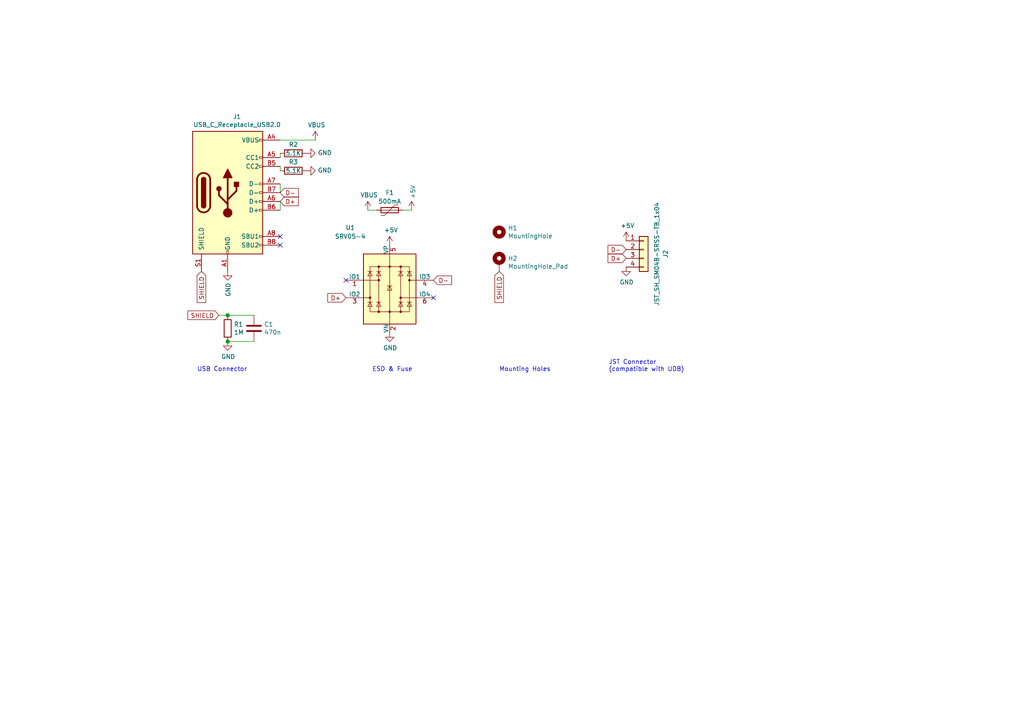
<source format=kicad_sch>
(kicad_sch (version 20210621) (generator eeschema)
  (paper "A4")
  (lib_symbols
    (symbol "Connector:USB_C_Receptacle_USB2.0" (pin_names (offset 1.016))
      (property "Reference" "J" (at -10.16 19.05 0))
      (property "Value" "USB_C_Receptacle_USB2.0" (at 19.05 19.05 0))
      (symbol "USB_C_Receptacle_USB2.0_0_0"
        (rectangle (start -0.254 -17.78) (end 0.254 -16.764))
        (rectangle (start 10.16 -14.986) (end 9.144 -15.494))
        (rectangle (start 10.16 -12.446) (end 9.144 -12.954))
        (rectangle (start 10.16 -4.826) (end 9.144 -5.334))
        (rectangle (start 10.16 -2.286) (end 9.144 -2.794))
        (rectangle (start 10.16 0.254) (end 9.144 -0.254))
        (rectangle (start 10.16 2.794) (end 9.144 2.286))
        (rectangle (start 10.16 7.874) (end 9.144 7.366))
        (rectangle (start 10.16 10.414) (end 9.144 9.906))
        (rectangle (start 10.16 15.494) (end 9.144 14.986))
      )
      (symbol "USB_C_Receptacle_USB2.0_0_1"
        (arc (start -8.89 -3.81) (end -5.08 -3.81) (radius (at -6.985 -3.81) (length 1.905) (angles -179.9 -0.1)) (stroke (width 0.508)))
        (arc (start -7.62 -3.81) (end -6.35 -3.81) (radius (at -6.985 -3.81) (length 0.635) (angles -179.9 -0.1)) (stroke (width 0.254)))
        (arc (start -6.35 3.81) (end -7.62 3.81) (radius (at -6.985 3.81) (length 0.635) (angles 0.1 179.9)) (stroke (width 0.254)))
        (arc (start -5.08 3.81) (end -8.89 3.81) (radius (at -6.985 3.81) (length 1.905) (angles 0.1 179.9)) (stroke (width 0.508)))
        (arc (start -7.62 -3.81) (end -6.35 -3.81) (radius (at -6.985 -3.81) (length 0.635) (angles -179.9 -0.1)) (stroke (width 0.254)) (fill (type outline)))
        (arc (start -6.35 3.81) (end -7.62 3.81) (radius (at -6.985 3.81) (length 0.635) (angles 0.1 179.9)) (stroke (width 0.254)) (fill (type outline)))
        (circle (center -2.54 1.143) (radius 0.635) (stroke (width 0.254)) (fill (type outline)))
        (circle (center 0 -5.842) (radius 1.27) (fill (type outline)))
        (rectangle (start -7.62 -3.81) (end -6.35 3.81) (stroke (width 0.254)) (fill (type outline)))
        (rectangle (start 1.905 1.778) (end 3.175 3.048) (stroke (width 0.254)) (fill (type outline)))
        (rectangle (start -10.16 17.78) (end 10.16 -17.78) (stroke (width 0.254)) (fill (type background)))
        (polyline (pts (xy -8.89 -3.81) (xy -8.89 3.81)) (stroke (width 0.508)))
        (polyline (pts (xy -5.08 3.81) (xy -5.08 -3.81)) (stroke (width 0.508)))
        (polyline (pts (xy 0 -5.842) (xy 0 4.318)) (stroke (width 0.508)))
        (polyline (pts (xy 0 -3.302) (xy -2.54 -0.762) (xy -2.54 0.508)) (stroke (width 0.508)))
        (polyline (pts (xy 0 -2.032) (xy 2.54 0.508) (xy 2.54 1.778)) (stroke (width 0.508)))
        (polyline (pts (xy -1.27 4.318) (xy 0 6.858) (xy 1.27 4.318) (xy -1.27 4.318)) (stroke (width 0.254)) (fill (type outline)))
      )
      (symbol "USB_C_Receptacle_USB2.0_1_1"
        (pin passive line (at 0 -22.86 90) (length 5.08) (name "GND") (number "A1"))
        (pin passive line (at 0 -22.86 90) (length 5.08) hide (name "GND") (number "A12"))
        (pin passive line (at 15.24 15.24 180) (length 5.08) (name "VBUS") (number "A4"))
        (pin bidirectional line (at 15.24 10.16 180) (length 5.08) (name "CC1") (number "A5"))
        (pin bidirectional line (at 15.24 -2.54 180) (length 5.08) (name "D+") (number "A6"))
        (pin bidirectional line (at 15.24 2.54 180) (length 5.08) (name "D-") (number "A7"))
        (pin bidirectional line (at 15.24 -12.7 180) (length 5.08) (name "SBU1") (number "A8"))
        (pin passive line (at 15.24 15.24 180) (length 5.08) hide (name "VBUS") (number "A9"))
        (pin passive line (at 0 -22.86 90) (length 5.08) hide (name "GND") (number "B1"))
        (pin passive line (at 0 -22.86 90) (length 5.08) hide (name "GND") (number "B12"))
        (pin passive line (at 15.24 15.24 180) (length 5.08) hide (name "VBUS") (number "B4"))
        (pin bidirectional line (at 15.24 7.62 180) (length 5.08) (name "CC2") (number "B5"))
        (pin bidirectional line (at 15.24 -5.08 180) (length 5.08) (name "D+") (number "B6"))
        (pin bidirectional line (at 15.24 0 180) (length 5.08) (name "D-") (number "B7"))
        (pin bidirectional line (at 15.24 -15.24 180) (length 5.08) (name "SBU2") (number "B8"))
        (pin passive line (at 15.24 15.24 180) (length 5.08) hide (name "VBUS") (number "B9"))
        (pin passive line (at -7.62 -22.86 90) (length 5.08) (name "SHIELD") (number "S1"))
      )
    )
    (symbol "Connector_Generic:Conn_01x04" (pin_names (offset 1.016) hide)
      (property "Reference" "J" (at 0 5.08 0))
      (property "Value" "Conn_01x04" (at 0 -7.62 0))
      (symbol "Conn_01x04_1_1"
        (rectangle (start -1.27 -4.953) (end 0 -5.207) (stroke (width 0.1524)))
        (rectangle (start -1.27 -2.413) (end 0 -2.667) (stroke (width 0.1524)))
        (rectangle (start -1.27 0.127) (end 0 -0.127) (stroke (width 0.1524)))
        (rectangle (start -1.27 2.667) (end 0 2.413) (stroke (width 0.1524)))
        (rectangle (start -1.27 3.81) (end 1.27 -6.35) (stroke (width 0.254)) (fill (type background)))
        (pin passive line (at -5.08 2.54 0) (length 3.81) (name "Pin_1") (number "1"))
        (pin passive line (at -5.08 0 0) (length 3.81) (name "Pin_2") (number "2"))
        (pin passive line (at -5.08 -2.54 0) (length 3.81) (name "Pin_3") (number "3"))
        (pin passive line (at -5.08 -5.08 0) (length 3.81) (name "Pin_4") (number "4"))
      )
    )
    (symbol "Device:C" (pin_numbers hide) (pin_names (offset 0.254))
      (property "Reference" "C" (at 0.635 2.54 0))
      (property "Value" "C" (at 0.635 -2.54 0))
      (symbol "C_0_1"
        (polyline (pts (xy -2.032 -0.762) (xy 2.032 -0.762)) (stroke (width 0.508)))
        (polyline (pts (xy -2.032 0.762) (xy 2.032 0.762)) (stroke (width 0.508)))
      )
      (symbol "C_1_1"
        (pin passive line (at 0 3.81 270) (length 2.794) (name "~") (number "1"))
        (pin passive line (at 0 -3.81 90) (length 2.794) (name "~") (number "2"))
      )
    )
    (symbol "Device:Polyfuse" (pin_numbers hide) (pin_names (offset 0))
      (property "Reference" "F" (at -2.54 0 90))
      (property "Value" "Polyfuse" (at 2.54 0 90))
      (symbol "Polyfuse_0_1"
        (rectangle (start -0.762 2.54) (end 0.762 -2.54) (stroke (width 0.254)))
        (polyline (pts (xy 0 2.54) (xy 0 -2.54)))
        (polyline (pts (xy -1.524 2.54) (xy -1.524 1.524) (xy 1.524 -1.524) (xy 1.524 -2.54)))
      )
      (symbol "Polyfuse_1_1"
        (pin passive line (at 0 3.81 270) (length 1.27) (name "~") (number "1"))
        (pin passive line (at 0 -3.81 90) (length 1.27) (name "~") (number "2"))
      )
    )
    (symbol "Device:R" (pin_numbers hide) (pin_names (offset 0))
      (property "Reference" "R" (at 2.032 0 90))
      (property "Value" "R" (at 0 0 90))
      (symbol "R_0_1"
        (rectangle (start -1.016 -2.54) (end 1.016 2.54) (stroke (width 0.254)))
      )
      (symbol "R_1_1"
        (pin passive line (at 0 3.81 270) (length 1.27) (name "~") (number "1"))
        (pin passive line (at 0 -3.81 90) (length 1.27) (name "~") (number "2"))
      )
    )
    (symbol "Mechanical:MountingHole" (pin_names (offset 1.016))
      (property "Reference" "H" (at 0 5.08 0))
      (property "Value" "MountingHole" (at 0 3.175 0))
      (symbol "MountingHole_0_1"
        (circle (center 0 0) (radius 1.27) (stroke (width 1.27)))
      )
    )
    (symbol "Mechanical:MountingHole_Pad" (pin_numbers hide) (pin_names (offset 1.016) hide)
      (property "Reference" "H" (at 0 6.35 0))
      (property "Value" "MountingHole_Pad" (at 0 4.445 0))
      (symbol "MountingHole_Pad_0_1"
        (circle (center 0 1.27) (radius 1.27) (stroke (width 1.27)))
      )
      (symbol "MountingHole_Pad_1_1"
        (pin input line (at 0 -2.54 90) (length 2.54) (name "1") (number "1"))
      )
    )
    (symbol "Power_Protection:SRV05-4" (pin_names (offset 0))
      (property "Reference" "U" (at -5.08 11.43 0))
      (property "Value" "SRV05-4" (at 2.54 11.43 0))
      (symbol "SRV05-4_0_0"
        (rectangle (start -5.715 6.477) (end 5.715 -6.604))
        (polyline (pts (xy -3.175 -6.604) (xy -3.175 6.477)))
        (polyline (pts (xy 3.175 6.477) (xy 3.175 -6.604)))
      )
      (symbol "SRV05-4_0_1"
        (circle (center -5.715 -2.54) (radius 0.2794) (fill (type outline)))
        (circle (center -3.175 -6.604) (radius 0.2794) (fill (type outline)))
        (circle (center -3.175 2.54) (radius 0.2794) (fill (type outline)))
        (circle (center -3.175 6.477) (radius 0.2794) (fill (type outline)))
        (circle (center 0 -6.604) (radius 0.2794) (fill (type outline)))
        (circle (center 0 6.477) (radius 0.2794) (fill (type outline)))
        (circle (center 3.175 -6.604) (radius 0.2794) (fill (type outline)))
        (circle (center 3.175 -2.54) (radius 0.2794) (fill (type outline)))
        (circle (center 3.175 6.477) (radius 0.2794) (fill (type outline)))
        (circle (center 5.715 2.54) (radius 0.2794) (fill (type outline)))
        (rectangle (start -7.62 10.16) (end 7.62 -10.16) (stroke (width 0.254)) (fill (type background)))
        (polyline (pts (xy -7.747 2.54) (xy -3.175 2.54)))
        (polyline (pts (xy -7.62 -2.54) (xy -5.715 -2.54)))
        (polyline (pts (xy -5.08 -3.81) (xy -6.35 -3.81)))
        (polyline (pts (xy -5.08 5.08) (xy -6.35 5.08)))
        (polyline (pts (xy -2.54 -3.81) (xy -3.81 -3.81)))
        (polyline (pts (xy -2.54 5.08) (xy -3.81 5.08)))
        (polyline (pts (xy 0 10.16) (xy 0 -10.16)))
        (polyline (pts (xy 3.81 -3.81) (xy 2.54 -3.81)))
        (polyline (pts (xy 3.81 5.08) (xy 2.54 5.08)))
        (polyline (pts (xy 6.35 -3.81) (xy 5.08 -3.81)))
        (polyline (pts (xy 6.35 5.08) (xy 5.08 5.08)))
        (polyline (pts (xy 7.62 -2.54) (xy 3.175 -2.54)))
        (polyline (pts (xy 7.62 2.54) (xy 5.715 2.54)))
        (polyline (pts (xy 0.635 0.889) (xy -0.635 0.889) (xy -0.635 0.635)))
        (polyline (pts (xy -5.08 -5.08) (xy -6.35 -5.08) (xy -5.715 -3.81) (xy -5.08 -5.08)))
        (polyline (pts (xy -5.08 3.81) (xy -6.35 3.81) (xy -5.715 5.08) (xy -5.08 3.81)))
        (polyline (pts (xy -2.54 -5.08) (xy -3.81 -5.08) (xy -3.175 -3.81) (xy -2.54 -5.08)))
        (polyline (pts (xy -2.54 3.81) (xy -3.81 3.81) (xy -3.175 5.08) (xy -2.54 3.81)))
        (polyline (pts (xy 0.635 -0.381) (xy -0.635 -0.381) (xy 0 0.889) (xy 0.635 -0.381)))
        (polyline (pts (xy 3.81 -5.08) (xy 2.54 -5.08) (xy 3.175 -3.81) (xy 3.81 -5.08)))
        (polyline (pts (xy 3.81 3.81) (xy 2.54 3.81) (xy 3.175 5.08) (xy 3.81 3.81)))
        (polyline (pts (xy 6.35 -5.08) (xy 5.08 -5.08) (xy 5.715 -3.81) (xy 6.35 -5.08)))
        (polyline (pts (xy 6.35 3.81) (xy 5.08 3.81) (xy 5.715 5.08) (xy 6.35 3.81)))
      )
      (symbol "SRV05-4_1_1"
        (pin passive line (at -12.7 2.54 0) (length 5.08) (name "IO1") (number "1"))
        (pin passive line (at 0 -12.7 90) (length 2.54) (name "VN") (number "2"))
        (pin passive line (at -12.7 -2.54 0) (length 5.08) (name "IO2") (number "3"))
        (pin passive line (at 12.7 2.54 180) (length 5.08) (name "IO3") (number "4"))
        (pin passive line (at 0 12.7 270) (length 2.54) (name "VP") (number "5"))
        (pin passive line (at 12.7 -2.54 180) (length 5.08) (name "IO4") (number "6"))
      )
    )
    (symbol "power:+5V" (power) (pin_names (offset 0))
      (property "Value" "+5V" (at 0 3.556 0))
      (symbol "+5V_0_1"
        (polyline (pts (xy -0.762 1.27) (xy 0 2.54)))
        (polyline (pts (xy 0 0) (xy 0 2.54)))
        (polyline (pts (xy 0 2.54) (xy 0.762 1.27)))
      )
      (symbol "+5V_1_1"
        (pin power_in line (at 0 0 90) (length 0) hide (name "+5V") (number "1"))
      )
    )
    (symbol "power:GND" (power) (pin_names (offset 0))
      (property "Value" "GND" (at 0 -3.81 0))
      (symbol "GND_0_1"
        (polyline (pts (xy 0 0) (xy 0 -1.27) (xy 1.27 -1.27) (xy 0 -2.54) (xy -1.27 -1.27) (xy 0 -1.27)))
      )
      (symbol "GND_1_1"
        (pin power_in line (at 0 0 270) (length 0) hide (name "GND") (number "1"))
      )
    )
    (symbol "power:VBUS" (power) (pin_names (offset 0))
      (property "Value" "VBUS" (at 0 3.81 0))
      (symbol "VBUS_0_1"
        (polyline (pts (xy -0.762 1.27) (xy 0 2.54)))
        (polyline (pts (xy 0 0) (xy 0 2.54)))
        (polyline (pts (xy 0 2.54) (xy 0.762 1.27)))
      )
      (symbol "VBUS_1_1"
        (pin power_in line (at 0 0 90) (length 0) hide (name "VBUS") (number "1"))
      )
    )
  )
  (junction (at 66.04 91.44) (diameter 1.016))
  (junction (at 66.04 99.06) (diameter 1.016))
  (no_connect (at 81.28 68.58))
  (no_connect (at 81.28 71.12))
  (no_connect (at 100.33 81.28))
  (no_connect (at 125.73 86.36))
  (wire (pts (xy 63.5 91.44) (xy 66.04 91.44)))
  (wire (pts (xy 66.04 99.06) (xy 73.66 99.06)))
  (wire (pts (xy 73.66 91.44) (xy 66.04 91.44)))
  (wire (pts (xy 81.28 45.72) (xy 81.28 44.45)))
  (wire (pts (xy 81.28 49.53) (xy 81.28 48.26)))
  (wire (pts (xy 81.28 53.34) (xy 81.28 55.88)))
  (wire (pts (xy 81.28 60.96) (xy 81.28 58.42)))
  (wire (pts (xy 91.44 40.64) (xy 81.28 40.64)))
  (wire (pts (xy 109.22 60.96) (xy 106.68 60.96)))
  (wire (pts (xy 119.38 60.96) (xy 116.84 60.96)))
  (text "USB Connector" (at 57.15 107.95 0) (effects (font (size 1.27 1.27)) (justify left bottom)))
  (text "ESD & Fuse" (at 107.95 107.95 0) (effects (font (size 1.27 1.27)) (justify left bottom)))
  (text "Mounting Holes" (at 144.78 107.95 0) (effects (font (size 1.27 1.27)) (justify left bottom)))
  (text "JST Connector\n(compatible with UDB)" (at 176.53 107.95 0) (effects (font (size 1.27 1.27)) (justify left bottom)))
  (global_label "SHIELD" (shape input) (at 58.42 78.74 270) (property "Intersheet References" "${INTERSHEET_REFS}" (effects hide)))
  (global_label "SHIELD" (shape input) (at 63.5 91.44 180) (property "Intersheet References" "${INTERSHEET_REFS}" (effects hide)))
  (global_label "D-" (shape input) (at 81.28 55.88 0) (property "Intersheet References" "${INTERSHEET_REFS}" (effects hide)))
  (global_label "D+" (shape input) (at 81.28 58.42 0) (property "Intersheet References" "${INTERSHEET_REFS}" (effects hide)))
  (global_label "D+" (shape input) (at 100.33 86.36 180) (property "Intersheet References" "${INTERSHEET_REFS}" (effects hide)))
  (global_label "D-" (shape input) (at 125.73 81.28 0) (property "Intersheet References" "${INTERSHEET_REFS}" (effects hide)))
  (global_label "SHIELD" (shape input) (at 144.78 78.74 270) (property "Intersheet References" "${INTERSHEET_REFS}" (effects hide)))
  (global_label "D-" (shape input) (at 181.61 72.39 180) (property "Intersheet References" "${INTERSHEET_REFS}" (effects hide)))
  (global_label "D+" (shape input) (at 181.61 74.93 180) (property "Intersheet References" "${INTERSHEET_REFS}" (effects hide)))
  (symbol (lib_id "power:VBUS") (at 91.44 40.64 0) (unit 1)
    (property "Reference" "#PWR05" (effects hide))
    (property "Value" "VBUS" (at 91.821 36.2458 0))
  )
  (symbol (lib_id "power:VBUS") (at 106.68 60.96 0) (unit 1)
    (property "Reference" "#PWR06" (effects hide))
    (property "Value" "VBUS" (at 107.061 56.5658 0))
  )
  (symbol (lib_id "power:+5V") (at 113.03 71.12 0) (unit 1)
    (property "Reference" "#PWR07" (effects hide))
    (property "Value" "+5V" (at 113.411 66.7258 0))
  )
  (symbol (lib_id "power:+5V") (at 119.38 60.96 0) (unit 1)
    (property "Reference" "#PWR09" (effects hide))
    (property "Value" "+5V" (at 119.761 57.7088 90) (effects (justify left)))
  )
  (symbol (lib_id "power:+5V") (at 181.61 69.85 0) (unit 1)
    (property "Reference" "#PWR010" (effects hide))
    (property "Value" "+5V" (at 181.991 65.4558 0))
  )
  (symbol (lib_id "power:GND") (at 66.04 78.74 0) (unit 1)
    (property "Reference" "#PWR01" (effects hide))
    (property "Value" "GND" (at 66.167 81.9912 90) (effects (justify right)))
  )
  (symbol (lib_id "power:GND") (at 66.04 99.06 0) (unit 1)
    (property "Reference" "#PWR02" (effects hide))
    (property "Value" "GND" (at 66.167 103.4542 0))
  )
  (symbol (lib_id "power:GND") (at 88.9 44.45 90) (unit 1)
    (property "Reference" "#PWR03" (effects hide))
    (property "Value" "GND" (at 92.1512 44.323 90) (effects (justify right)))
  )
  (symbol (lib_id "power:GND") (at 88.9 49.53 90) (unit 1)
    (property "Reference" "#PWR04" (effects hide))
    (property "Value" "GND" (at 92.1512 49.403 90) (effects (justify right)))
  )
  (symbol (lib_id "power:GND") (at 113.03 96.52 0) (unit 1)
    (property "Reference" "#PWR08" (effects hide))
    (property "Value" "GND" (at 113.157 100.9142 0))
  )
  (symbol (lib_id "power:GND") (at 181.61 77.47 0) (unit 1)
    (property "Reference" "#PWR011" (effects hide))
    (property "Value" "GND" (at 181.737 81.8642 0))
  )
  (symbol (lib_id "Mechanical:MountingHole") (at 144.78 67.31 0) (unit 1)
    (property "Reference" "H1" (at 147.32 66.1416 0) (effects (justify left)))
    (property "Value" "MountingHole" (at 147.32 68.453 0) (effects (justify left)))
    (property "Footprint" "MountingHole:MountingHole_2.2mm_M2_DIN965_Pad" (effects hide))
  )
  (symbol (lib_id "Device:R") (at 66.04 95.25 0) (unit 1)
    (property "Reference" "R1" (at 67.818 94.0816 0) (effects (justify left)))
    (property "Value" "1M" (at 67.818 96.393 0) (effects (justify left)))
    (property "Footprint" "Resistor_SMD:R_1206_3216Metric" (effects hide))
    (property "jlc" "C17927" (effects hide))
  )
  (symbol (lib_id "Device:R") (at 85.09 44.45 270) (unit 1)
    (property "Reference" "R2" (at 85.09 41.91 90))
    (property "Value" "5.1K" (at 85.09 44.45 90))
    (property "Footprint" "Resistor_SMD:R_0603_1608Metric" (effects hide))
    (property "jlc" "C23186" (effects hide))
  )
  (symbol (lib_id "Device:R") (at 85.09 49.53 270) (unit 1)
    (property "Reference" "R3" (at 85.09 46.99 90))
    (property "Value" "5.1K" (at 85.09 49.53 90))
    (property "Footprint" "Resistor_SMD:R_0603_1608Metric" (effects hide))
    (property "jlc" "C23186" (effects hide))
  )
  (symbol (lib_id "Mechanical:MountingHole_Pad") (at 144.78 76.2 0) (unit 1)
    (property "Reference" "H2" (at 147.32 74.9554 0) (effects (justify left)))
    (property "Value" "MountingHole_Pad" (at 147.32 77.2668 0) (effects (justify left)))
    (property "Footprint" "MountingHole:MountingHole_2.2mm_M2_DIN965_Pad" (effects hide))
  )
  (symbol (lib_id "Device:Polyfuse") (at 113.03 60.96 270) (unit 1)
    (property "Reference" "F1" (at 113.03 55.88 90))
    (property "Value" "500mA" (at 113.03 58.42 90))
    (property "Footprint" "Fuse:Fuse_1206_3216Metric" (effects hide))
    (property "jlc" "C70076" (effects hide))
  )
  (symbol (lib_id "Device:C") (at 73.66 95.25 0) (unit 1)
    (property "Reference" "C1" (at 76.581 94.0816 0) (effects (justify left)))
    (property "Value" "470n" (at 76.581 96.393 0) (effects (justify left)))
    (property "Footprint" "Capacitor_SMD:C_0805_2012Metric" (effects hide))
    (property "jlc" "C13967" (effects hide))
  )
  (symbol (lib_id "Connector_Generic:Conn_01x04") (at 186.69 72.39 0) (unit 1)
    (property "Reference" "J2" (at 193.04 73.66 90))
    (property "Value" "JST_SH_SM04B-SRSS-TB_1x04" (at 190.5 73.66 90))
    (property "Footprint" "Connector_JST:JST_SH_SM04B-SRSS-TB_1x04-1MP_P1.00mm_Horizontal" (effects hide))
  )
  (symbol (lib_id "Power_Protection:SRV05-4") (at 113.03 83.82 0) (unit 1)
    (property "Reference" "U1" (at 101.6 66.04 0))
    (property "Value" "SRV05-4" (at 101.6 68.58 0))
    (property "Footprint" "Package_TO_SOT_SMD:SOT-23-6" (effects hide))
    (property "Datasheet" "http://www.onsemi.com/pub/Collateral/SRV05-4-D.PDF" (effects hide))
    (property "jlc" "C85364" (effects hide))
  )
  (symbol (lib_id "Connector:USB_C_Receptacle_USB2.0") (at 66.04 55.88 0) (unit 1)
    (property "Reference" "J1" (at 68.7578 33.8582 0))
    (property "Value" "USB_C_Receptacle_USB2.0" (at 68.7578 36.1696 0))
    (property "Footprint" "Connector_USB:USB_C_Receptacle_HRO_TYPE-C-31-M-12" (effects hide))
    (property "Datasheet" "https://www.usb.org/sites/default/files/documents/usb_type-c.zip" (effects hide))
  )
)
</source>
